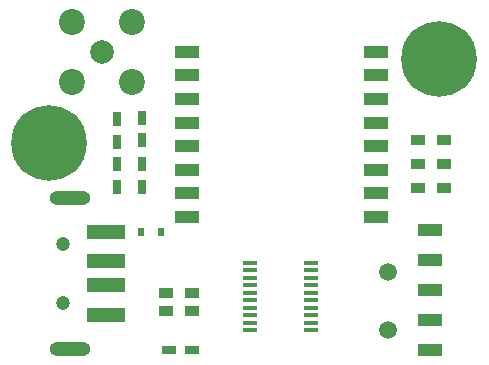
<source format=gts>
G04 #@! TF.GenerationSoftware,KiCad,Pcbnew,(5.0.0)*
G04 #@! TF.CreationDate,2019-03-08T13:39:37-05:00*
G04 #@! TF.ProjectId,Dongle,446F6E676C652E6B696361645F706362,rev?*
G04 #@! TF.SameCoordinates,Original*
G04 #@! TF.FileFunction,Soldermask,Top*
G04 #@! TF.FilePolarity,Negative*
%FSLAX46Y46*%
G04 Gerber Fmt 4.6, Leading zero omitted, Abs format (unit mm)*
G04 Created by KiCad (PCBNEW (5.0.0)) date 03/08/19 13:39:37*
%MOMM*%
%LPD*%
G01*
G04 APERTURE LIST*
%ADD10R,1.200000X0.900000*%
%ADD11C,6.400000*%
%ADD12R,3.200000X1.200000*%
%ADD13C,1.200000*%
%ADD14O,3.500000X1.200000*%
%ADD15R,1.200000X0.400000*%
%ADD16R,2.000000X1.000000*%
%ADD17R,0.750000X1.200000*%
%ADD18R,1.200000X0.750000*%
%ADD19C,1.500000*%
%ADD20C,2.000000*%
%ADD21C,2.200000*%
%ADD22R,0.600000X0.800000*%
G04 APERTURE END LIST*
D10*
G04 #@! TO.C,R3*
X57551500Y-17272000D03*
X55351500Y-17272000D03*
G04 #@! TD*
D11*
G04 #@! TO.C,REF\002A\002A*
X57150000Y-6350000D03*
G04 #@! TD*
D12*
G04 #@! TO.C,J1*
X28956000Y-20955000D03*
X28956000Y-23455000D03*
X28956000Y-25455000D03*
X28956000Y-27955000D03*
D13*
X25256000Y-21955000D03*
X25256000Y-26955000D03*
D14*
X25856000Y-18055000D03*
X25856000Y-30855000D03*
G04 #@! TD*
D15*
G04 #@! TO.C,U2*
X41088000Y-23558500D03*
X41088000Y-24193500D03*
X41088000Y-24828500D03*
X41088000Y-25463500D03*
X41088000Y-26098500D03*
X41088000Y-26733500D03*
X41088000Y-27368500D03*
X41088000Y-28003500D03*
X41088000Y-28638500D03*
X41088000Y-29273500D03*
X46288000Y-29273500D03*
X46288000Y-28638500D03*
X46288000Y-28003500D03*
X46288000Y-27368500D03*
X46288000Y-26733500D03*
X46288000Y-26098500D03*
X46288000Y-25463500D03*
X46288000Y-24828500D03*
X46288000Y-24193500D03*
X46288000Y-23558500D03*
G04 #@! TD*
D16*
G04 #@! TO.C,U5*
X35815000Y-19700000D03*
X35815000Y-17700000D03*
X35815000Y-15700000D03*
X35815000Y-13700000D03*
X35815000Y-11700000D03*
X35815000Y-9700000D03*
X35815000Y-7700000D03*
X35815000Y-5700000D03*
X51815000Y-5700000D03*
X51815000Y-7700000D03*
X51815000Y-9700000D03*
X51815000Y-11700000D03*
X51815000Y-13700000D03*
X51815000Y-15700000D03*
X51815000Y-17700000D03*
X51815000Y-19700000D03*
G04 #@! TD*
D17*
G04 #@! TO.C,C1*
X29845000Y-17140000D03*
X29845000Y-15240000D03*
G04 #@! TD*
G04 #@! TO.C,C2*
X29845000Y-11430000D03*
X29845000Y-13330000D03*
G04 #@! TD*
G04 #@! TO.C,C3*
X32004000Y-15240000D03*
X32004000Y-17140000D03*
G04 #@! TD*
D18*
G04 #@! TO.C,C4*
X34290000Y-30988000D03*
X36190000Y-30988000D03*
G04 #@! TD*
D17*
G04 #@! TO.C,C8*
X32004000Y-13208000D03*
X32004000Y-11308000D03*
G04 #@! TD*
D16*
G04 #@! TO.C,J4*
X56388000Y-20828000D03*
X56388000Y-23368000D03*
X56388000Y-25908000D03*
X56388000Y-28448000D03*
X56388000Y-30988000D03*
G04 #@! TD*
D10*
G04 #@! TO.C,R1*
X34036000Y-26162000D03*
X36236000Y-26162000D03*
G04 #@! TD*
G04 #@! TO.C,R2*
X36236000Y-27686000D03*
X34036000Y-27686000D03*
G04 #@! TD*
G04 #@! TO.C,R4*
X57551500Y-13208000D03*
X55351500Y-13208000D03*
G04 #@! TD*
G04 #@! TO.C,R5*
X55351500Y-15240000D03*
X57551500Y-15240000D03*
G04 #@! TD*
D19*
G04 #@! TO.C,Y1*
X52832000Y-29264000D03*
X52832000Y-24384000D03*
G04 #@! TD*
D20*
G04 #@! TO.C,J2*
X28575000Y-5715000D03*
D21*
X26025000Y-3165000D03*
X31125000Y-3165000D03*
X26025000Y-8265000D03*
X31125000Y-8265000D03*
G04 #@! TD*
D22*
G04 #@! TO.C,D1*
X33616000Y-20955000D03*
X31916000Y-20955000D03*
G04 #@! TD*
D11*
G04 #@! TO.C,REF\002A\002A*
X24130000Y-13462000D03*
G04 #@! TD*
M02*

</source>
